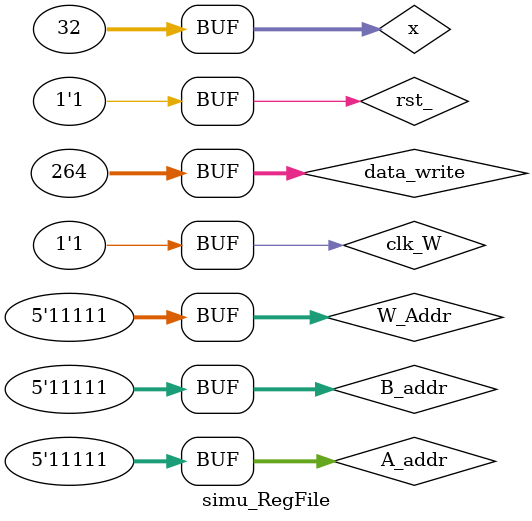
<source format=v>
`timescale 1ns / 1ps

module simu_RegFile();

    reg [4:0]A_addr,B_addr,W_Addr;
    wire[31:0]A_out,B_out;
    reg rst_,clk_W;
    reg [31:0]data_write;
    Register_File rf(data_write,1'b1,rst_,clk_W,A_addr,B_addr,W_Addr,A_out,B_out);

    integer x;
    initial begin
        rst_ = 1;
        clk_W = 1;
        A_addr = 0;
        B_addr = 0;
        W_Addr = 0;
        #10
        rst_ = 0;
        #10 rst_ = 1;
        
        for(x = 0;x < 32; x = x + 1)begin
        #5
        A_addr = x;
        end

        for(x = 0;x < 32; x = x + 1)begin
            W_Addr = x;
            B_addr = x;
            data_write  = x + 233;
            clk_W = 1;
            #2
            clk_W = 0;
            #2 
            clk_W = 1;
        end

        for(x = 0;x < 32; x = x + 1)begin
        #5
        A_addr = x;
        end
    end
endmodule

</source>
